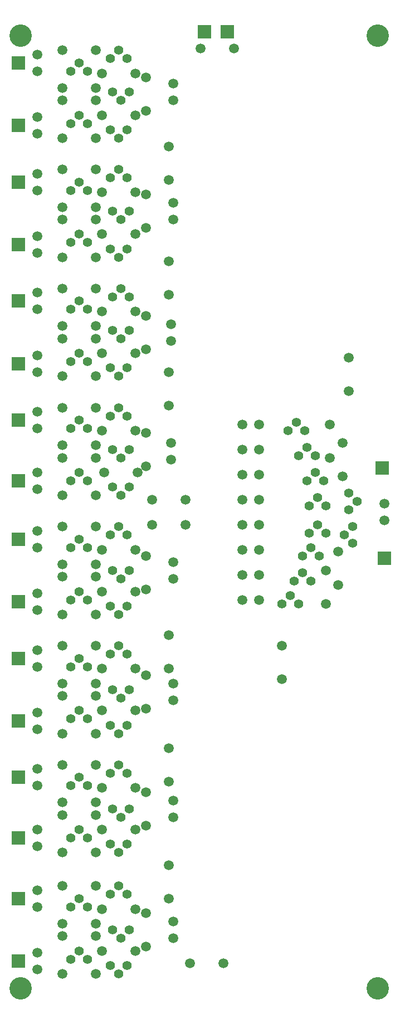
<source format=gbs>
G75*
G70*
%OFA0B0*%
%FSLAX24Y24*%
%IPPOS*%
%LPD*%
%AMOC8*
5,1,8,0,0,1.08239X$1,22.5*
%
%ADD10C,0.0556*%
%ADD11C,0.0595*%
%ADD12R,0.0789X0.0789*%
%ADD13C,0.1340*%
D10*
X004350Y005285D03*
X004850Y005785D03*
X005350Y005285D03*
X006725Y004910D03*
X007225Y004410D03*
X007725Y004910D03*
X007350Y006535D03*
X006850Y007035D03*
X007850Y007035D03*
X007725Y009160D03*
X007225Y009660D03*
X006725Y009160D03*
X007225Y011660D03*
X006725Y012160D03*
X007350Y013785D03*
X006850Y014285D03*
X006725Y016410D03*
X007225Y016910D03*
X007725Y016410D03*
X007850Y014285D03*
X007725Y012160D03*
X005350Y012535D03*
X004850Y013035D03*
X004350Y012535D03*
X004350Y015660D03*
X004850Y016160D03*
X005350Y015660D03*
X006725Y019285D03*
X007225Y018785D03*
X007725Y019285D03*
X007350Y020910D03*
X006850Y021410D03*
X006725Y023535D03*
X007225Y024035D03*
X007725Y023535D03*
X007850Y021410D03*
X007225Y025910D03*
X006725Y026410D03*
X007350Y028035D03*
X006850Y028535D03*
X006725Y030660D03*
X007225Y031160D03*
X007725Y030660D03*
X007850Y028535D03*
X007725Y026410D03*
X005350Y026785D03*
X004850Y027285D03*
X004350Y026785D03*
X004350Y029910D03*
X004850Y030410D03*
X005350Y029910D03*
X006850Y033535D03*
X007350Y033035D03*
X007850Y033535D03*
X007350Y035285D03*
X006850Y035785D03*
X006725Y037785D03*
X007225Y038285D03*
X007725Y037785D03*
X007850Y035785D03*
X007225Y040160D03*
X006725Y040660D03*
X007350Y042410D03*
X006850Y042910D03*
X007725Y040660D03*
X007850Y042910D03*
X007850Y044910D03*
X007350Y045410D03*
X006850Y044910D03*
X007225Y047285D03*
X006725Y047785D03*
X007350Y049535D03*
X006850Y050035D03*
X006725Y052035D03*
X007225Y052535D03*
X007725Y052035D03*
X007850Y050035D03*
X007725Y047785D03*
X005350Y048160D03*
X004850Y048660D03*
X004350Y048160D03*
X004350Y051285D03*
X004850Y051785D03*
X005350Y051285D03*
X006725Y054910D03*
X007225Y054410D03*
X007725Y054910D03*
X007350Y056660D03*
X006850Y057160D03*
X006725Y059160D03*
X007225Y059660D03*
X007725Y059160D03*
X007850Y057160D03*
X005350Y058410D03*
X004850Y058910D03*
X004350Y058410D03*
X004850Y055785D03*
X005350Y055285D03*
X004350Y055285D03*
X004850Y044660D03*
X005350Y044160D03*
X004850Y041535D03*
X005350Y041035D03*
X004350Y041035D03*
X004350Y044160D03*
X004850Y037535D03*
X005350Y037035D03*
X004850Y034410D03*
X005350Y033910D03*
X004350Y033910D03*
X004350Y037035D03*
X004850Y023285D03*
X005350Y022785D03*
X004850Y020160D03*
X005350Y019660D03*
X004350Y019660D03*
X004350Y022785D03*
X004850Y008910D03*
X005350Y008410D03*
X004350Y008410D03*
X016975Y026535D03*
X017475Y027035D03*
X017725Y027910D03*
X018225Y028410D03*
X018225Y029410D03*
X018725Y029910D03*
X019225Y029410D03*
X018725Y027910D03*
X017975Y026535D03*
X018600Y030785D03*
X019100Y031285D03*
X019600Y030785D03*
X019600Y032410D03*
X019100Y032910D03*
X018600Y032410D03*
X018475Y033910D03*
X018975Y034410D03*
X019475Y033910D03*
X018975Y035410D03*
X018475Y035910D03*
X018350Y036910D03*
X017850Y037410D03*
X017350Y036910D03*
X017975Y035410D03*
X020725Y030660D03*
X021225Y030160D03*
X021225Y031160D03*
X020975Y032160D03*
X020975Y033160D03*
X021475Y032660D03*
D11*
X020600Y034160D03*
X019850Y035285D03*
X020600Y036160D03*
X019850Y037285D03*
X020975Y039285D03*
X020975Y041285D03*
X023100Y032535D03*
X023100Y031535D03*
X020350Y029660D03*
X019600Y028535D03*
X020350Y027660D03*
X019600Y026535D03*
X016975Y024035D03*
X016975Y022035D03*
X015600Y026785D03*
X015600Y028285D03*
X015600Y029785D03*
X015600Y031285D03*
X015600Y032785D03*
X015600Y034285D03*
X015600Y035785D03*
X015600Y037285D03*
X014600Y037285D03*
X014600Y035785D03*
X014600Y034285D03*
X014600Y032785D03*
X014600Y031285D03*
X014600Y029785D03*
X014600Y028285D03*
X014600Y026785D03*
X011225Y031285D03*
X011225Y032785D03*
X010350Y035160D03*
X010350Y036160D03*
X010225Y038410D03*
X010225Y040410D03*
X010350Y042285D03*
X010350Y043285D03*
X010225Y045035D03*
X010225Y047035D03*
X010475Y049535D03*
X010475Y050535D03*
X010225Y051910D03*
X010225Y053910D03*
X010475Y056660D03*
X010475Y057660D03*
X012100Y059785D03*
X014100Y059785D03*
X008850Y058035D03*
X008225Y058285D03*
X008850Y056035D03*
X008225Y055785D03*
X006225Y055785D03*
X005850Y056660D03*
X005850Y057410D03*
X006225Y058285D03*
X005850Y059660D03*
X003850Y059660D03*
X003850Y057410D03*
X003850Y056660D03*
X003850Y054410D03*
X003850Y052535D03*
X003850Y050285D03*
X003850Y049535D03*
X003850Y047285D03*
X003850Y045410D03*
X003850Y043160D03*
X003850Y042410D03*
X003850Y040160D03*
X003850Y038285D03*
X003850Y036035D03*
X003850Y035285D03*
X003850Y033035D03*
X003850Y031160D03*
X003850Y028910D03*
X003850Y028160D03*
X003850Y025910D03*
X003850Y024035D03*
X003850Y021785D03*
X003850Y021035D03*
X003850Y018785D03*
X003850Y016910D03*
X003850Y014660D03*
X003850Y013910D03*
X003850Y011660D03*
X003850Y009660D03*
X003850Y007410D03*
X003850Y006660D03*
X003850Y004410D03*
X002350Y004660D03*
X002350Y005660D03*
X002350Y008410D03*
X002350Y009410D03*
X002350Y012035D03*
X002350Y013035D03*
X002350Y015660D03*
X002350Y016660D03*
X002350Y019035D03*
X002350Y020035D03*
X002350Y022785D03*
X002350Y023785D03*
X002350Y026160D03*
X002350Y027160D03*
X002350Y029910D03*
X002350Y030910D03*
X002350Y033410D03*
X002350Y034410D03*
X002350Y037035D03*
X002350Y038035D03*
X002350Y040410D03*
X002350Y041410D03*
X002350Y044160D03*
X002350Y045160D03*
X002350Y047535D03*
X002350Y048535D03*
X002350Y051285D03*
X002350Y052285D03*
X002350Y054660D03*
X002350Y055660D03*
X002350Y058410D03*
X002350Y059410D03*
X005850Y054410D03*
X005850Y052535D03*
X006225Y051160D03*
X005850Y050285D03*
X005850Y049535D03*
X006225Y048660D03*
X005850Y047285D03*
X005850Y045410D03*
X006225Y044035D03*
X005850Y043160D03*
X005850Y042410D03*
X006225Y041535D03*
X005850Y040160D03*
X005850Y038285D03*
X006225Y036910D03*
X005850Y036035D03*
X005850Y035285D03*
X006350Y034410D03*
X005850Y033035D03*
X005850Y031160D03*
X006225Y029785D03*
X005850Y028910D03*
X005850Y028160D03*
X006225Y027285D03*
X005850Y025910D03*
X005850Y024035D03*
X006225Y022660D03*
X005850Y021785D03*
X005850Y021035D03*
X006225Y020160D03*
X005850Y018785D03*
X005850Y016910D03*
X006225Y015535D03*
X005850Y014660D03*
X005850Y013910D03*
X006225Y013035D03*
X005850Y011660D03*
X005850Y009660D03*
X006225Y008285D03*
X005850Y007410D03*
X005850Y006660D03*
X006225Y005785D03*
X005850Y004410D03*
X008225Y005785D03*
X008850Y006035D03*
X008850Y008035D03*
X008225Y008285D03*
X008225Y013035D03*
X008850Y013285D03*
X008850Y015285D03*
X008225Y015535D03*
X008225Y020160D03*
X008850Y020285D03*
X008850Y022285D03*
X008225Y022660D03*
X008225Y027285D03*
X008850Y027410D03*
X008850Y029410D03*
X008225Y029785D03*
X009225Y031285D03*
X009225Y032785D03*
X008850Y034785D03*
X008350Y034410D03*
X008850Y036785D03*
X008225Y036910D03*
X008225Y041535D03*
X008850Y041785D03*
X008850Y043785D03*
X008225Y044035D03*
X008225Y048660D03*
X008850Y049035D03*
X008850Y051035D03*
X008225Y051160D03*
X010475Y029035D03*
X010475Y028035D03*
X010225Y024660D03*
X010225Y022660D03*
X010475Y021785D03*
X010475Y020785D03*
X010225Y017910D03*
X010225Y015910D03*
X010475Y014785D03*
X010475Y013785D03*
X010225Y010910D03*
X010225Y008910D03*
X010475Y007535D03*
X010475Y006535D03*
X011475Y005035D03*
X013475Y005035D03*
D12*
X023100Y029285D03*
X022975Y034660D03*
X013725Y060785D03*
X012350Y060785D03*
X001225Y058910D03*
X001225Y055160D03*
X001225Y051785D03*
X001225Y048035D03*
X001225Y044660D03*
X001225Y040910D03*
X001225Y037535D03*
X001225Y033910D03*
X001225Y030410D03*
X001225Y026660D03*
X001225Y023285D03*
X001225Y019535D03*
X001225Y016160D03*
X001225Y012535D03*
X001225Y008910D03*
X001225Y005160D03*
D13*
X001350Y003535D03*
X022725Y003535D03*
X022725Y060535D03*
X001350Y060535D03*
M02*

</source>
